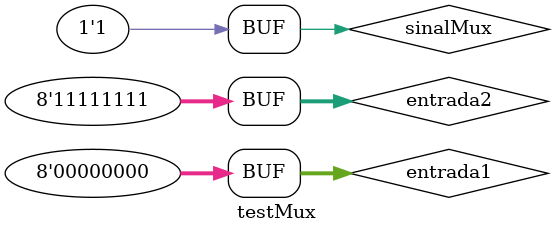
<source format=v>
module testMux(); //(entrada1, entrada2, sinalMux, saida)

	reg [7:0] entrada1, entrada2;
	reg sinalMux;
	wire [7:0] saida;
	
	initial begin			  
		  
		  #0 sinalMux = 1'b0;
    		#0 entrada1 = 8'b00000000;
		  #0 entrada2 = 8'b11111111;
		  #20 sinalMux = 1'b1;	  
		  
  		  
		  #0 entrada1 = 8'b00000000;
		  #0 entrada2 = 8'b11111111;	
		  
	end
	
	initial begin
	  
  	  $monitor("Time: %0d\n| Entrada1: %b| Entrada2: %b | sinalMux: %b |\n |Saida: %b |", $time, entrada1, entrada2, sinalMux, saida);
  	  
  end
	
	 mux m(entrada1, entrada2, sinalMux, saida);	
	
endmodule 
</source>
